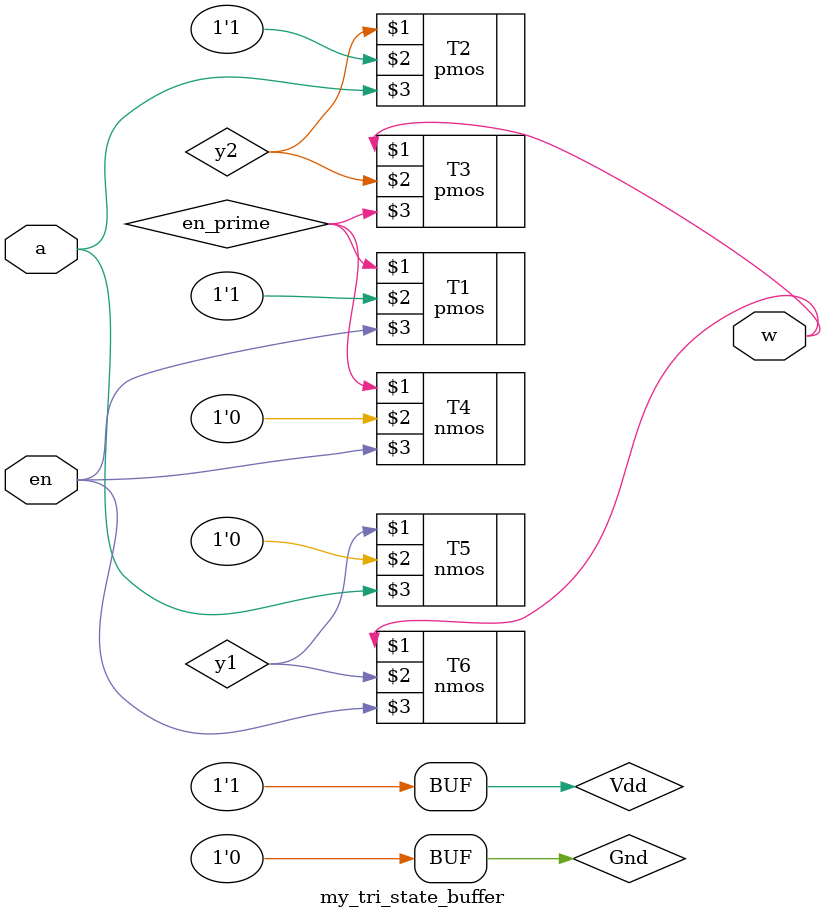
<source format=v>
`timescale 1ns/1ns
module my_tri_state_buffer(input a,en,output w);
	wire en_prime,y1,y2;
	supply0 Gnd;
	supply1 Vdd;
	pmos #(5,6,7) T1(en_prime,Vdd,en);
	nmos #(3,4,5) T4(en_prime,Gnd,en);
	pmos #(5,6,7) T2(y2,Vdd,a);
	pmos #(5,6,7) T3(w,y2,en_prime);
	nmos #(3,4,5) T5(y1,Gnd,a);
	nmos #(3,4,5) T6(w,y1,en);
endmodule
</source>
